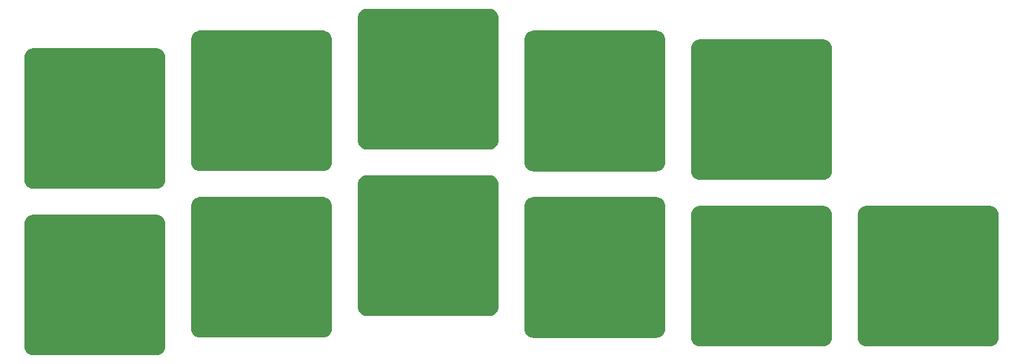
<source format=gts>
G04 #@! TF.GenerationSoftware,KiCad,Pcbnew,7.0.9*
G04 #@! TF.CreationDate,2023-11-13T15:49:31+00:00*
G04 #@! TF.ProjectId,Nixie-12R-base,4e697869-652d-4313-9252-2d626173652e,rev?*
G04 #@! TF.SameCoordinates,Original*
G04 #@! TF.FileFunction,Soldermask,Top*
G04 #@! TF.FilePolarity,Negative*
%FSLAX46Y46*%
G04 Gerber Fmt 4.6, Leading zero omitted, Abs format (unit mm)*
G04 Created by KiCad (PCBNEW 7.0.9) date 2023-11-13 15:49:31*
%MOMM*%
%LPD*%
G01*
G04 APERTURE LIST*
G04 APERTURE END LIST*
G36*
X169077341Y-144535018D02*
G01*
X169211815Y-144544352D01*
X169240421Y-144551080D01*
X169273601Y-144554348D01*
X169340155Y-144574537D01*
X169403373Y-144589406D01*
X169434550Y-144603172D01*
X169472262Y-144614612D01*
X169528319Y-144644575D01*
X169582053Y-144668301D01*
X169615245Y-144691038D01*
X169655349Y-144712474D01*
X169699838Y-144748985D01*
X169743193Y-144778684D01*
X169775992Y-144811483D01*
X169815826Y-144844174D01*
X169848516Y-144884007D01*
X169881315Y-144916806D01*
X169911012Y-144960158D01*
X169947526Y-145004651D01*
X169968963Y-145044756D01*
X169991698Y-145077946D01*
X170015421Y-145131674D01*
X170045388Y-145187738D01*
X170056829Y-145225453D01*
X170070593Y-145256626D01*
X170085459Y-145319834D01*
X170105652Y-145386399D01*
X170108920Y-145419582D01*
X170115647Y-145448183D01*
X170124978Y-145582624D01*
X170126000Y-145593000D01*
X170126000Y-159577000D01*
X170124978Y-159587375D01*
X170115647Y-159721815D01*
X170108920Y-159750414D01*
X170105652Y-159783601D01*
X170085458Y-159850170D01*
X170070593Y-159913373D01*
X170056830Y-159944542D01*
X170045388Y-159982262D01*
X170015419Y-160038329D01*
X169991698Y-160092053D01*
X169968965Y-160125238D01*
X169947526Y-160165349D01*
X169911008Y-160209846D01*
X169881315Y-160253193D01*
X169848521Y-160285986D01*
X169815826Y-160325826D01*
X169775986Y-160358521D01*
X169743193Y-160391315D01*
X169699846Y-160421008D01*
X169655349Y-160457526D01*
X169615238Y-160478965D01*
X169582053Y-160501698D01*
X169528329Y-160525419D01*
X169472262Y-160555388D01*
X169434542Y-160566830D01*
X169403373Y-160580593D01*
X169340169Y-160595458D01*
X169273601Y-160615652D01*
X169240415Y-160618920D01*
X169211816Y-160625647D01*
X169077377Y-160634977D01*
X169067000Y-160636000D01*
X155083000Y-160636000D01*
X155072626Y-160634978D01*
X154938184Y-160625647D01*
X154909584Y-160618920D01*
X154876399Y-160615652D01*
X154809832Y-160595459D01*
X154746626Y-160580593D01*
X154715453Y-160566829D01*
X154677738Y-160555388D01*
X154621674Y-160525421D01*
X154567946Y-160501698D01*
X154534756Y-160478963D01*
X154494651Y-160457526D01*
X154450158Y-160421012D01*
X154406806Y-160391315D01*
X154374007Y-160358516D01*
X154334174Y-160325826D01*
X154301483Y-160285992D01*
X154268684Y-160253193D01*
X154238985Y-160209838D01*
X154202474Y-160165349D01*
X154181038Y-160125245D01*
X154158301Y-160092053D01*
X154134575Y-160038319D01*
X154104612Y-159982262D01*
X154093172Y-159944550D01*
X154079406Y-159913373D01*
X154064537Y-159850154D01*
X154044348Y-159783601D01*
X154041080Y-159750422D01*
X154034352Y-159721816D01*
X154025018Y-159587343D01*
X154024000Y-159577000D01*
X154024000Y-145593000D01*
X154025018Y-145582661D01*
X154034352Y-145448184D01*
X154041080Y-145419576D01*
X154044348Y-145386399D01*
X154064536Y-145319847D01*
X154079406Y-145256626D01*
X154093173Y-145225446D01*
X154104612Y-145187738D01*
X154134572Y-145131685D01*
X154158301Y-145077946D01*
X154181040Y-145044750D01*
X154202474Y-145004651D01*
X154238981Y-144960166D01*
X154268684Y-144916806D01*
X154301488Y-144884001D01*
X154334174Y-144844174D01*
X154374001Y-144811488D01*
X154406806Y-144778684D01*
X154450166Y-144748981D01*
X154494651Y-144712474D01*
X154534750Y-144691040D01*
X154567946Y-144668301D01*
X154621685Y-144644572D01*
X154677738Y-144614612D01*
X154715446Y-144603173D01*
X154746626Y-144589406D01*
X154809848Y-144574536D01*
X154876399Y-144554348D01*
X154909575Y-144551080D01*
X154938183Y-144544352D01*
X155072659Y-144535018D01*
X155083000Y-144534000D01*
X169067000Y-144534000D01*
X169077341Y-144535018D01*
G37*
G36*
X245277341Y-143525018D02*
G01*
X245411815Y-143534352D01*
X245440421Y-143541080D01*
X245473601Y-143544348D01*
X245540155Y-143564537D01*
X245603373Y-143579406D01*
X245634550Y-143593172D01*
X245672262Y-143604612D01*
X245728319Y-143634575D01*
X245782053Y-143658301D01*
X245815245Y-143681038D01*
X245855349Y-143702474D01*
X245899838Y-143738985D01*
X245943193Y-143768684D01*
X245975992Y-143801483D01*
X246015826Y-143834174D01*
X246048516Y-143874007D01*
X246081315Y-143906806D01*
X246111012Y-143950158D01*
X246147526Y-143994651D01*
X246168963Y-144034756D01*
X246191698Y-144067946D01*
X246215421Y-144121674D01*
X246245388Y-144177738D01*
X246256829Y-144215453D01*
X246270593Y-144246626D01*
X246285459Y-144309834D01*
X246305652Y-144376399D01*
X246308920Y-144409582D01*
X246315647Y-144438183D01*
X246324978Y-144572624D01*
X246326000Y-144583000D01*
X246326000Y-158567000D01*
X246324978Y-158577375D01*
X246315647Y-158711815D01*
X246308920Y-158740414D01*
X246305652Y-158773601D01*
X246285458Y-158840170D01*
X246270593Y-158903373D01*
X246256830Y-158934542D01*
X246245388Y-158972262D01*
X246215419Y-159028329D01*
X246191698Y-159082053D01*
X246168965Y-159115238D01*
X246147526Y-159155349D01*
X246111008Y-159199846D01*
X246081315Y-159243193D01*
X246048521Y-159275986D01*
X246015826Y-159315826D01*
X245975986Y-159348521D01*
X245943193Y-159381315D01*
X245899846Y-159411008D01*
X245855349Y-159447526D01*
X245815238Y-159468965D01*
X245782053Y-159491698D01*
X245728329Y-159515419D01*
X245672262Y-159545388D01*
X245634542Y-159556830D01*
X245603373Y-159570593D01*
X245540169Y-159585458D01*
X245473601Y-159605652D01*
X245440415Y-159608920D01*
X245411816Y-159615647D01*
X245277377Y-159624977D01*
X245267000Y-159626000D01*
X231283000Y-159626000D01*
X231272626Y-159624978D01*
X231138184Y-159615647D01*
X231109584Y-159608920D01*
X231076399Y-159605652D01*
X231009832Y-159585459D01*
X230946626Y-159570593D01*
X230915453Y-159556829D01*
X230877738Y-159545388D01*
X230821674Y-159515421D01*
X230767946Y-159491698D01*
X230734756Y-159468963D01*
X230694651Y-159447526D01*
X230650158Y-159411012D01*
X230606806Y-159381315D01*
X230574007Y-159348516D01*
X230534174Y-159315826D01*
X230501483Y-159275992D01*
X230468684Y-159243193D01*
X230438985Y-159199838D01*
X230402474Y-159155349D01*
X230381038Y-159115245D01*
X230358301Y-159082053D01*
X230334575Y-159028319D01*
X230304612Y-158972262D01*
X230293172Y-158934550D01*
X230279406Y-158903373D01*
X230264537Y-158840154D01*
X230244348Y-158773601D01*
X230241080Y-158740422D01*
X230234352Y-158711816D01*
X230225018Y-158577343D01*
X230224000Y-158567000D01*
X230224000Y-144583000D01*
X230225018Y-144572661D01*
X230234352Y-144438184D01*
X230241080Y-144409576D01*
X230244348Y-144376399D01*
X230264536Y-144309847D01*
X230279406Y-144246626D01*
X230293173Y-144215446D01*
X230304612Y-144177738D01*
X230334572Y-144121685D01*
X230358301Y-144067946D01*
X230381040Y-144034750D01*
X230402474Y-143994651D01*
X230438981Y-143950166D01*
X230468684Y-143906806D01*
X230501488Y-143874001D01*
X230534174Y-143834174D01*
X230574001Y-143801488D01*
X230606806Y-143768684D01*
X230650166Y-143738981D01*
X230694651Y-143702474D01*
X230734750Y-143681040D01*
X230767946Y-143658301D01*
X230821685Y-143634572D01*
X230877738Y-143604612D01*
X230915446Y-143593173D01*
X230946626Y-143579406D01*
X231009848Y-143564536D01*
X231076399Y-143544348D01*
X231109575Y-143541080D01*
X231138183Y-143534352D01*
X231272659Y-143525018D01*
X231283000Y-143524000D01*
X245267000Y-143524000D01*
X245277341Y-143525018D01*
G37*
G36*
X264327341Y-143515018D02*
G01*
X264461815Y-143524352D01*
X264490421Y-143531080D01*
X264523601Y-143534348D01*
X264590155Y-143554537D01*
X264653373Y-143569406D01*
X264684550Y-143583172D01*
X264722262Y-143594612D01*
X264778319Y-143624575D01*
X264832053Y-143648301D01*
X264865245Y-143671038D01*
X264905349Y-143692474D01*
X264949838Y-143728985D01*
X264993193Y-143758684D01*
X265025992Y-143791483D01*
X265065826Y-143824174D01*
X265098516Y-143864007D01*
X265131315Y-143896806D01*
X265161012Y-143940158D01*
X265197526Y-143984651D01*
X265218963Y-144024756D01*
X265241698Y-144057946D01*
X265265421Y-144111674D01*
X265295388Y-144167738D01*
X265306829Y-144205453D01*
X265320593Y-144236626D01*
X265335459Y-144299834D01*
X265355652Y-144366399D01*
X265358920Y-144399582D01*
X265365647Y-144428183D01*
X265374978Y-144562624D01*
X265376000Y-144573000D01*
X265376000Y-158557000D01*
X265374978Y-158567375D01*
X265365647Y-158701815D01*
X265358920Y-158730414D01*
X265355652Y-158763601D01*
X265335458Y-158830170D01*
X265320593Y-158893373D01*
X265306830Y-158924542D01*
X265295388Y-158962262D01*
X265265419Y-159018329D01*
X265241698Y-159072053D01*
X265218965Y-159105238D01*
X265197526Y-159145349D01*
X265161008Y-159189846D01*
X265131315Y-159233193D01*
X265098521Y-159265986D01*
X265065826Y-159305826D01*
X265025986Y-159338521D01*
X264993193Y-159371315D01*
X264949846Y-159401008D01*
X264905349Y-159437526D01*
X264865238Y-159458965D01*
X264832053Y-159481698D01*
X264778329Y-159505419D01*
X264722262Y-159535388D01*
X264684542Y-159546830D01*
X264653373Y-159560593D01*
X264590169Y-159575458D01*
X264523601Y-159595652D01*
X264490415Y-159598920D01*
X264461816Y-159605647D01*
X264327377Y-159614977D01*
X264317000Y-159616000D01*
X250333000Y-159616000D01*
X250322626Y-159614978D01*
X250188184Y-159605647D01*
X250159584Y-159598920D01*
X250126399Y-159595652D01*
X250059832Y-159575459D01*
X249996626Y-159560593D01*
X249965453Y-159546829D01*
X249927738Y-159535388D01*
X249871674Y-159505421D01*
X249817946Y-159481698D01*
X249784756Y-159458963D01*
X249744651Y-159437526D01*
X249700158Y-159401012D01*
X249656806Y-159371315D01*
X249624007Y-159338516D01*
X249584174Y-159305826D01*
X249551483Y-159265992D01*
X249518684Y-159233193D01*
X249488985Y-159189838D01*
X249452474Y-159145349D01*
X249431038Y-159105245D01*
X249408301Y-159072053D01*
X249384575Y-159018319D01*
X249354612Y-158962262D01*
X249343172Y-158924550D01*
X249329406Y-158893373D01*
X249314537Y-158830154D01*
X249294348Y-158763601D01*
X249291080Y-158730422D01*
X249284352Y-158701816D01*
X249275018Y-158567343D01*
X249274000Y-158557000D01*
X249274000Y-144573000D01*
X249275018Y-144562661D01*
X249284352Y-144428184D01*
X249291080Y-144399576D01*
X249294348Y-144366399D01*
X249314536Y-144299847D01*
X249329406Y-144236626D01*
X249343173Y-144205446D01*
X249354612Y-144167738D01*
X249384572Y-144111685D01*
X249408301Y-144057946D01*
X249431040Y-144024750D01*
X249452474Y-143984651D01*
X249488981Y-143940166D01*
X249518684Y-143896806D01*
X249551488Y-143864001D01*
X249584174Y-143824174D01*
X249624001Y-143791488D01*
X249656806Y-143758684D01*
X249700166Y-143728981D01*
X249744651Y-143692474D01*
X249784750Y-143671040D01*
X249817946Y-143648301D01*
X249871685Y-143624572D01*
X249927738Y-143594612D01*
X249965446Y-143583173D01*
X249996626Y-143569406D01*
X250059848Y-143554536D01*
X250126399Y-143534348D01*
X250159575Y-143531080D01*
X250188183Y-143524352D01*
X250322659Y-143515018D01*
X250333000Y-143514000D01*
X264317000Y-143514000D01*
X264327341Y-143515018D01*
G37*
G36*
X226227341Y-142525018D02*
G01*
X226361815Y-142534352D01*
X226390421Y-142541080D01*
X226423601Y-142544348D01*
X226490155Y-142564537D01*
X226553373Y-142579406D01*
X226584550Y-142593172D01*
X226622262Y-142604612D01*
X226678319Y-142634575D01*
X226732053Y-142658301D01*
X226765245Y-142681038D01*
X226805349Y-142702474D01*
X226849838Y-142738985D01*
X226893193Y-142768684D01*
X226925992Y-142801483D01*
X226965826Y-142834174D01*
X226998516Y-142874007D01*
X227031315Y-142906806D01*
X227061012Y-142950158D01*
X227097526Y-142994651D01*
X227118963Y-143034756D01*
X227141698Y-143067946D01*
X227165421Y-143121674D01*
X227195388Y-143177738D01*
X227206829Y-143215453D01*
X227220593Y-143246626D01*
X227235459Y-143309834D01*
X227255652Y-143376399D01*
X227258920Y-143409582D01*
X227265647Y-143438183D01*
X227274978Y-143572624D01*
X227276000Y-143583000D01*
X227276000Y-157567000D01*
X227274978Y-157577375D01*
X227265647Y-157711815D01*
X227258920Y-157740414D01*
X227255652Y-157773601D01*
X227235458Y-157840170D01*
X227220593Y-157903373D01*
X227206830Y-157934542D01*
X227195388Y-157972262D01*
X227165419Y-158028329D01*
X227141698Y-158082053D01*
X227118965Y-158115238D01*
X227097526Y-158155349D01*
X227061008Y-158199846D01*
X227031315Y-158243193D01*
X226998521Y-158275986D01*
X226965826Y-158315826D01*
X226925986Y-158348521D01*
X226893193Y-158381315D01*
X226849846Y-158411008D01*
X226805349Y-158447526D01*
X226765238Y-158468965D01*
X226732053Y-158491698D01*
X226678329Y-158515419D01*
X226622262Y-158545388D01*
X226584542Y-158556830D01*
X226553373Y-158570593D01*
X226490169Y-158585458D01*
X226423601Y-158605652D01*
X226390415Y-158608920D01*
X226361816Y-158615647D01*
X226227377Y-158624977D01*
X226217000Y-158626000D01*
X212233000Y-158626000D01*
X212222626Y-158624978D01*
X212088184Y-158615647D01*
X212059584Y-158608920D01*
X212026399Y-158605652D01*
X211959832Y-158585459D01*
X211896626Y-158570593D01*
X211865453Y-158556829D01*
X211827738Y-158545388D01*
X211771674Y-158515421D01*
X211717946Y-158491698D01*
X211684756Y-158468963D01*
X211644651Y-158447526D01*
X211600158Y-158411012D01*
X211556806Y-158381315D01*
X211524007Y-158348516D01*
X211484174Y-158315826D01*
X211451483Y-158275992D01*
X211418684Y-158243193D01*
X211388985Y-158199838D01*
X211352474Y-158155349D01*
X211331038Y-158115245D01*
X211308301Y-158082053D01*
X211284575Y-158028319D01*
X211254612Y-157972262D01*
X211243172Y-157934550D01*
X211229406Y-157903373D01*
X211214537Y-157840154D01*
X211194348Y-157773601D01*
X211191080Y-157740422D01*
X211184352Y-157711816D01*
X211175018Y-157577343D01*
X211174000Y-157567000D01*
X211174000Y-143583000D01*
X211175018Y-143572661D01*
X211184352Y-143438184D01*
X211191080Y-143409576D01*
X211194348Y-143376399D01*
X211214536Y-143309847D01*
X211229406Y-143246626D01*
X211243173Y-143215446D01*
X211254612Y-143177738D01*
X211284572Y-143121685D01*
X211308301Y-143067946D01*
X211331040Y-143034750D01*
X211352474Y-142994651D01*
X211388981Y-142950166D01*
X211418684Y-142906806D01*
X211451488Y-142874001D01*
X211484174Y-142834174D01*
X211524001Y-142801488D01*
X211556806Y-142768684D01*
X211600166Y-142738981D01*
X211644651Y-142702474D01*
X211684750Y-142681040D01*
X211717946Y-142658301D01*
X211771685Y-142634572D01*
X211827738Y-142604612D01*
X211865446Y-142593173D01*
X211896626Y-142579406D01*
X211959848Y-142564536D01*
X212026399Y-142544348D01*
X212059575Y-142541080D01*
X212088183Y-142534352D01*
X212222659Y-142525018D01*
X212233000Y-142524000D01*
X226217000Y-142524000D01*
X226227341Y-142525018D01*
G37*
G36*
X188127341Y-142515018D02*
G01*
X188261815Y-142524352D01*
X188290421Y-142531080D01*
X188323601Y-142534348D01*
X188390155Y-142554537D01*
X188453373Y-142569406D01*
X188484550Y-142583172D01*
X188522262Y-142594612D01*
X188578319Y-142624575D01*
X188632053Y-142648301D01*
X188665245Y-142671038D01*
X188705349Y-142692474D01*
X188749838Y-142728985D01*
X188793193Y-142758684D01*
X188825992Y-142791483D01*
X188865826Y-142824174D01*
X188898516Y-142864007D01*
X188931315Y-142896806D01*
X188961012Y-142940158D01*
X188997526Y-142984651D01*
X189018963Y-143024756D01*
X189041698Y-143057946D01*
X189065421Y-143111674D01*
X189095388Y-143167738D01*
X189106829Y-143205453D01*
X189120593Y-143236626D01*
X189135459Y-143299834D01*
X189155652Y-143366399D01*
X189158920Y-143399582D01*
X189165647Y-143428183D01*
X189174978Y-143562624D01*
X189176000Y-143573000D01*
X189176000Y-157557000D01*
X189174978Y-157567375D01*
X189165647Y-157701815D01*
X189158920Y-157730414D01*
X189155652Y-157763601D01*
X189135458Y-157830170D01*
X189120593Y-157893373D01*
X189106830Y-157924542D01*
X189095388Y-157962262D01*
X189065419Y-158018329D01*
X189041698Y-158072053D01*
X189018965Y-158105238D01*
X188997526Y-158145349D01*
X188961008Y-158189846D01*
X188931315Y-158233193D01*
X188898521Y-158265986D01*
X188865826Y-158305826D01*
X188825986Y-158338521D01*
X188793193Y-158371315D01*
X188749846Y-158401008D01*
X188705349Y-158437526D01*
X188665238Y-158458965D01*
X188632053Y-158481698D01*
X188578329Y-158505419D01*
X188522262Y-158535388D01*
X188484542Y-158546830D01*
X188453373Y-158560593D01*
X188390169Y-158575458D01*
X188323601Y-158595652D01*
X188290415Y-158598920D01*
X188261816Y-158605647D01*
X188127377Y-158614977D01*
X188117000Y-158616000D01*
X174133000Y-158616000D01*
X174122626Y-158614978D01*
X173988184Y-158605647D01*
X173959584Y-158598920D01*
X173926399Y-158595652D01*
X173859832Y-158575459D01*
X173796626Y-158560593D01*
X173765453Y-158546829D01*
X173727738Y-158535388D01*
X173671674Y-158505421D01*
X173617946Y-158481698D01*
X173584756Y-158458963D01*
X173544651Y-158437526D01*
X173500158Y-158401012D01*
X173456806Y-158371315D01*
X173424007Y-158338516D01*
X173384174Y-158305826D01*
X173351483Y-158265992D01*
X173318684Y-158233193D01*
X173288985Y-158189838D01*
X173252474Y-158145349D01*
X173231038Y-158105245D01*
X173208301Y-158072053D01*
X173184575Y-158018319D01*
X173154612Y-157962262D01*
X173143172Y-157924550D01*
X173129406Y-157893373D01*
X173114537Y-157830154D01*
X173094348Y-157763601D01*
X173091080Y-157730422D01*
X173084352Y-157701816D01*
X173075018Y-157567343D01*
X173074000Y-157557000D01*
X173074000Y-143573000D01*
X173075018Y-143562661D01*
X173084352Y-143428184D01*
X173091080Y-143399576D01*
X173094348Y-143366399D01*
X173114536Y-143299847D01*
X173129406Y-143236626D01*
X173143173Y-143205446D01*
X173154612Y-143167738D01*
X173184572Y-143111685D01*
X173208301Y-143057946D01*
X173231040Y-143024750D01*
X173252474Y-142984651D01*
X173288981Y-142940166D01*
X173318684Y-142896806D01*
X173351488Y-142864001D01*
X173384174Y-142824174D01*
X173424001Y-142791488D01*
X173456806Y-142758684D01*
X173500166Y-142728981D01*
X173544651Y-142692474D01*
X173584750Y-142671040D01*
X173617946Y-142648301D01*
X173671685Y-142624572D01*
X173727738Y-142594612D01*
X173765446Y-142583173D01*
X173796626Y-142569406D01*
X173859848Y-142554536D01*
X173926399Y-142534348D01*
X173959575Y-142531080D01*
X173988183Y-142524352D01*
X174122659Y-142515018D01*
X174133000Y-142514000D01*
X188117000Y-142514000D01*
X188127341Y-142515018D01*
G37*
G36*
X207177341Y-140025018D02*
G01*
X207311815Y-140034352D01*
X207340421Y-140041080D01*
X207373601Y-140044348D01*
X207440155Y-140064537D01*
X207503373Y-140079406D01*
X207534550Y-140093172D01*
X207572262Y-140104612D01*
X207628319Y-140134575D01*
X207682053Y-140158301D01*
X207715245Y-140181038D01*
X207755349Y-140202474D01*
X207799838Y-140238985D01*
X207843193Y-140268684D01*
X207875992Y-140301483D01*
X207915826Y-140334174D01*
X207948516Y-140374007D01*
X207981315Y-140406806D01*
X208011012Y-140450158D01*
X208047526Y-140494651D01*
X208068963Y-140534756D01*
X208091698Y-140567946D01*
X208115421Y-140621674D01*
X208145388Y-140677738D01*
X208156829Y-140715453D01*
X208170593Y-140746626D01*
X208185459Y-140809834D01*
X208205652Y-140876399D01*
X208208920Y-140909582D01*
X208215647Y-140938183D01*
X208224978Y-141072624D01*
X208226000Y-141083000D01*
X208226000Y-155067000D01*
X208224978Y-155077375D01*
X208215647Y-155211815D01*
X208208920Y-155240414D01*
X208205652Y-155273601D01*
X208185458Y-155340170D01*
X208170593Y-155403373D01*
X208156830Y-155434542D01*
X208145388Y-155472262D01*
X208115419Y-155528329D01*
X208091698Y-155582053D01*
X208068965Y-155615238D01*
X208047526Y-155655349D01*
X208011008Y-155699846D01*
X207981315Y-155743193D01*
X207948521Y-155775986D01*
X207915826Y-155815826D01*
X207875986Y-155848521D01*
X207843193Y-155881315D01*
X207799846Y-155911008D01*
X207755349Y-155947526D01*
X207715238Y-155968965D01*
X207682053Y-155991698D01*
X207628329Y-156015419D01*
X207572262Y-156045388D01*
X207534542Y-156056830D01*
X207503373Y-156070593D01*
X207440169Y-156085458D01*
X207373601Y-156105652D01*
X207340415Y-156108920D01*
X207311816Y-156115647D01*
X207177377Y-156124977D01*
X207167000Y-156126000D01*
X193183000Y-156126000D01*
X193172626Y-156124978D01*
X193038184Y-156115647D01*
X193009584Y-156108920D01*
X192976399Y-156105652D01*
X192909832Y-156085459D01*
X192846626Y-156070593D01*
X192815453Y-156056829D01*
X192777738Y-156045388D01*
X192721674Y-156015421D01*
X192667946Y-155991698D01*
X192634756Y-155968963D01*
X192594651Y-155947526D01*
X192550158Y-155911012D01*
X192506806Y-155881315D01*
X192474007Y-155848516D01*
X192434174Y-155815826D01*
X192401483Y-155775992D01*
X192368684Y-155743193D01*
X192338985Y-155699838D01*
X192302474Y-155655349D01*
X192281038Y-155615245D01*
X192258301Y-155582053D01*
X192234575Y-155528319D01*
X192204612Y-155472262D01*
X192193172Y-155434550D01*
X192179406Y-155403373D01*
X192164537Y-155340154D01*
X192144348Y-155273601D01*
X192141080Y-155240422D01*
X192134352Y-155211816D01*
X192125018Y-155077343D01*
X192124000Y-155067000D01*
X192124000Y-141083000D01*
X192125018Y-141072661D01*
X192134352Y-140938184D01*
X192141080Y-140909576D01*
X192144348Y-140876399D01*
X192164536Y-140809847D01*
X192179406Y-140746626D01*
X192193173Y-140715446D01*
X192204612Y-140677738D01*
X192234572Y-140621685D01*
X192258301Y-140567946D01*
X192281040Y-140534750D01*
X192302474Y-140494651D01*
X192338981Y-140450166D01*
X192368684Y-140406806D01*
X192401488Y-140374001D01*
X192434174Y-140334174D01*
X192474001Y-140301488D01*
X192506806Y-140268684D01*
X192550166Y-140238981D01*
X192594651Y-140202474D01*
X192634750Y-140181040D01*
X192667946Y-140158301D01*
X192721685Y-140134572D01*
X192777738Y-140104612D01*
X192815446Y-140093173D01*
X192846626Y-140079406D01*
X192909848Y-140064536D01*
X192976399Y-140044348D01*
X193009575Y-140041080D01*
X193038183Y-140034352D01*
X193172659Y-140025018D01*
X193183000Y-140024000D01*
X207167000Y-140024000D01*
X207177341Y-140025018D01*
G37*
G36*
X169077341Y-125485018D02*
G01*
X169211815Y-125494352D01*
X169240421Y-125501080D01*
X169273601Y-125504348D01*
X169340155Y-125524537D01*
X169403373Y-125539406D01*
X169434550Y-125553172D01*
X169472262Y-125564612D01*
X169528319Y-125594575D01*
X169582053Y-125618301D01*
X169615245Y-125641038D01*
X169655349Y-125662474D01*
X169699838Y-125698985D01*
X169743193Y-125728684D01*
X169775992Y-125761483D01*
X169815826Y-125794174D01*
X169848516Y-125834007D01*
X169881315Y-125866806D01*
X169911012Y-125910158D01*
X169947526Y-125954651D01*
X169968963Y-125994756D01*
X169991698Y-126027946D01*
X170015421Y-126081674D01*
X170045388Y-126137738D01*
X170056829Y-126175453D01*
X170070593Y-126206626D01*
X170085459Y-126269834D01*
X170105652Y-126336399D01*
X170108920Y-126369582D01*
X170115647Y-126398183D01*
X170124978Y-126532624D01*
X170126000Y-126543000D01*
X170126000Y-140527000D01*
X170124978Y-140537375D01*
X170115647Y-140671815D01*
X170108920Y-140700414D01*
X170105652Y-140733601D01*
X170085458Y-140800170D01*
X170070593Y-140863373D01*
X170056830Y-140894542D01*
X170045388Y-140932262D01*
X170015419Y-140988329D01*
X169991698Y-141042053D01*
X169968965Y-141075238D01*
X169947526Y-141115349D01*
X169911008Y-141159846D01*
X169881315Y-141203193D01*
X169848521Y-141235986D01*
X169815826Y-141275826D01*
X169775986Y-141308521D01*
X169743193Y-141341315D01*
X169699846Y-141371008D01*
X169655349Y-141407526D01*
X169615238Y-141428965D01*
X169582053Y-141451698D01*
X169528329Y-141475419D01*
X169472262Y-141505388D01*
X169434542Y-141516830D01*
X169403373Y-141530593D01*
X169340169Y-141545458D01*
X169273601Y-141565652D01*
X169240415Y-141568920D01*
X169211816Y-141575647D01*
X169077377Y-141584977D01*
X169067000Y-141586000D01*
X155083000Y-141586000D01*
X155072626Y-141584978D01*
X154938184Y-141575647D01*
X154909584Y-141568920D01*
X154876399Y-141565652D01*
X154809832Y-141545459D01*
X154746626Y-141530593D01*
X154715453Y-141516829D01*
X154677738Y-141505388D01*
X154621674Y-141475421D01*
X154567946Y-141451698D01*
X154534756Y-141428963D01*
X154494651Y-141407526D01*
X154450158Y-141371012D01*
X154406806Y-141341315D01*
X154374007Y-141308516D01*
X154334174Y-141275826D01*
X154301483Y-141235992D01*
X154268684Y-141203193D01*
X154238985Y-141159838D01*
X154202474Y-141115349D01*
X154181038Y-141075245D01*
X154158301Y-141042053D01*
X154134575Y-140988319D01*
X154104612Y-140932262D01*
X154093172Y-140894550D01*
X154079406Y-140863373D01*
X154064537Y-140800154D01*
X154044348Y-140733601D01*
X154041080Y-140700422D01*
X154034352Y-140671816D01*
X154025018Y-140537343D01*
X154024000Y-140527000D01*
X154024000Y-126543000D01*
X154025018Y-126532661D01*
X154034352Y-126398184D01*
X154041080Y-126369576D01*
X154044348Y-126336399D01*
X154064536Y-126269847D01*
X154079406Y-126206626D01*
X154093173Y-126175446D01*
X154104612Y-126137738D01*
X154134572Y-126081685D01*
X154158301Y-126027946D01*
X154181040Y-125994750D01*
X154202474Y-125954651D01*
X154238981Y-125910166D01*
X154268684Y-125866806D01*
X154301488Y-125834001D01*
X154334174Y-125794174D01*
X154374001Y-125761488D01*
X154406806Y-125728684D01*
X154450166Y-125698981D01*
X154494651Y-125662474D01*
X154534750Y-125641040D01*
X154567946Y-125618301D01*
X154621685Y-125594572D01*
X154677738Y-125564612D01*
X154715446Y-125553173D01*
X154746626Y-125539406D01*
X154809848Y-125524536D01*
X154876399Y-125504348D01*
X154909575Y-125501080D01*
X154938183Y-125494352D01*
X155072659Y-125485018D01*
X155083000Y-125484000D01*
X169067000Y-125484000D01*
X169077341Y-125485018D01*
G37*
G36*
X245277341Y-124475018D02*
G01*
X245411815Y-124484352D01*
X245440421Y-124491080D01*
X245473601Y-124494348D01*
X245540155Y-124514537D01*
X245603373Y-124529406D01*
X245634550Y-124543172D01*
X245672262Y-124554612D01*
X245728319Y-124584575D01*
X245782053Y-124608301D01*
X245815245Y-124631038D01*
X245855349Y-124652474D01*
X245899838Y-124688985D01*
X245943193Y-124718684D01*
X245975992Y-124751483D01*
X246015826Y-124784174D01*
X246048516Y-124824007D01*
X246081315Y-124856806D01*
X246111012Y-124900158D01*
X246147526Y-124944651D01*
X246168963Y-124984756D01*
X246191698Y-125017946D01*
X246215421Y-125071674D01*
X246245388Y-125127738D01*
X246256829Y-125165453D01*
X246270593Y-125196626D01*
X246285459Y-125259834D01*
X246305652Y-125326399D01*
X246308920Y-125359582D01*
X246315647Y-125388183D01*
X246324978Y-125522624D01*
X246326000Y-125533000D01*
X246326000Y-139517000D01*
X246324978Y-139527375D01*
X246315647Y-139661815D01*
X246308920Y-139690414D01*
X246305652Y-139723601D01*
X246285458Y-139790170D01*
X246270593Y-139853373D01*
X246256830Y-139884542D01*
X246245388Y-139922262D01*
X246215419Y-139978329D01*
X246191698Y-140032053D01*
X246168965Y-140065238D01*
X246147526Y-140105349D01*
X246111008Y-140149846D01*
X246081315Y-140193193D01*
X246048521Y-140225986D01*
X246015826Y-140265826D01*
X245975986Y-140298521D01*
X245943193Y-140331315D01*
X245899846Y-140361008D01*
X245855349Y-140397526D01*
X245815238Y-140418965D01*
X245782053Y-140441698D01*
X245728329Y-140465419D01*
X245672262Y-140495388D01*
X245634542Y-140506830D01*
X245603373Y-140520593D01*
X245540169Y-140535458D01*
X245473601Y-140555652D01*
X245440415Y-140558920D01*
X245411816Y-140565647D01*
X245277377Y-140574977D01*
X245267000Y-140576000D01*
X231283000Y-140576000D01*
X231272626Y-140574978D01*
X231138184Y-140565647D01*
X231109584Y-140558920D01*
X231076399Y-140555652D01*
X231009832Y-140535459D01*
X230946626Y-140520593D01*
X230915453Y-140506829D01*
X230877738Y-140495388D01*
X230821674Y-140465421D01*
X230767946Y-140441698D01*
X230734756Y-140418963D01*
X230694651Y-140397526D01*
X230650158Y-140361012D01*
X230606806Y-140331315D01*
X230574007Y-140298516D01*
X230534174Y-140265826D01*
X230501483Y-140225992D01*
X230468684Y-140193193D01*
X230438985Y-140149838D01*
X230402474Y-140105349D01*
X230381038Y-140065245D01*
X230358301Y-140032053D01*
X230334575Y-139978319D01*
X230304612Y-139922262D01*
X230293172Y-139884550D01*
X230279406Y-139853373D01*
X230264537Y-139790154D01*
X230244348Y-139723601D01*
X230241080Y-139690422D01*
X230234352Y-139661816D01*
X230225018Y-139527343D01*
X230224000Y-139517000D01*
X230224000Y-125533000D01*
X230225018Y-125522661D01*
X230234352Y-125388184D01*
X230241080Y-125359576D01*
X230244348Y-125326399D01*
X230264536Y-125259847D01*
X230279406Y-125196626D01*
X230293173Y-125165446D01*
X230304612Y-125127738D01*
X230334572Y-125071685D01*
X230358301Y-125017946D01*
X230381040Y-124984750D01*
X230402474Y-124944651D01*
X230438981Y-124900166D01*
X230468684Y-124856806D01*
X230501488Y-124824001D01*
X230534174Y-124784174D01*
X230574001Y-124751488D01*
X230606806Y-124718684D01*
X230650166Y-124688981D01*
X230694651Y-124652474D01*
X230734750Y-124631040D01*
X230767946Y-124608301D01*
X230821685Y-124584572D01*
X230877738Y-124554612D01*
X230915446Y-124543173D01*
X230946626Y-124529406D01*
X231009848Y-124514536D01*
X231076399Y-124494348D01*
X231109575Y-124491080D01*
X231138183Y-124484352D01*
X231272659Y-124475018D01*
X231283000Y-124474000D01*
X245267000Y-124474000D01*
X245277341Y-124475018D01*
G37*
G36*
X226227341Y-123475018D02*
G01*
X226361815Y-123484352D01*
X226390421Y-123491080D01*
X226423601Y-123494348D01*
X226490155Y-123514537D01*
X226553373Y-123529406D01*
X226584550Y-123543172D01*
X226622262Y-123554612D01*
X226678319Y-123584575D01*
X226732053Y-123608301D01*
X226765245Y-123631038D01*
X226805349Y-123652474D01*
X226849838Y-123688985D01*
X226893193Y-123718684D01*
X226925992Y-123751483D01*
X226965826Y-123784174D01*
X226998516Y-123824007D01*
X227031315Y-123856806D01*
X227061012Y-123900158D01*
X227097526Y-123944651D01*
X227118963Y-123984756D01*
X227141698Y-124017946D01*
X227165421Y-124071674D01*
X227195388Y-124127738D01*
X227206829Y-124165453D01*
X227220593Y-124196626D01*
X227235459Y-124259834D01*
X227255652Y-124326399D01*
X227258920Y-124359582D01*
X227265647Y-124388183D01*
X227274978Y-124522624D01*
X227276000Y-124533000D01*
X227276000Y-138517000D01*
X227274978Y-138527375D01*
X227265647Y-138661815D01*
X227258920Y-138690414D01*
X227255652Y-138723601D01*
X227235458Y-138790170D01*
X227220593Y-138853373D01*
X227206830Y-138884542D01*
X227195388Y-138922262D01*
X227165419Y-138978329D01*
X227141698Y-139032053D01*
X227118965Y-139065238D01*
X227097526Y-139105349D01*
X227061008Y-139149846D01*
X227031315Y-139193193D01*
X226998521Y-139225986D01*
X226965826Y-139265826D01*
X226925986Y-139298521D01*
X226893193Y-139331315D01*
X226849846Y-139361008D01*
X226805349Y-139397526D01*
X226765238Y-139418965D01*
X226732053Y-139441698D01*
X226678329Y-139465419D01*
X226622262Y-139495388D01*
X226584542Y-139506830D01*
X226553373Y-139520593D01*
X226490169Y-139535458D01*
X226423601Y-139555652D01*
X226390415Y-139558920D01*
X226361816Y-139565647D01*
X226227377Y-139574977D01*
X226217000Y-139576000D01*
X212233000Y-139576000D01*
X212222626Y-139574978D01*
X212088184Y-139565647D01*
X212059584Y-139558920D01*
X212026399Y-139555652D01*
X211959832Y-139535459D01*
X211896626Y-139520593D01*
X211865453Y-139506829D01*
X211827738Y-139495388D01*
X211771674Y-139465421D01*
X211717946Y-139441698D01*
X211684756Y-139418963D01*
X211644651Y-139397526D01*
X211600158Y-139361012D01*
X211556806Y-139331315D01*
X211524007Y-139298516D01*
X211484174Y-139265826D01*
X211451483Y-139225992D01*
X211418684Y-139193193D01*
X211388985Y-139149838D01*
X211352474Y-139105349D01*
X211331038Y-139065245D01*
X211308301Y-139032053D01*
X211284575Y-138978319D01*
X211254612Y-138922262D01*
X211243172Y-138884550D01*
X211229406Y-138853373D01*
X211214537Y-138790154D01*
X211194348Y-138723601D01*
X211191080Y-138690422D01*
X211184352Y-138661816D01*
X211175018Y-138527343D01*
X211174000Y-138517000D01*
X211174000Y-124533000D01*
X211175018Y-124522661D01*
X211184352Y-124388184D01*
X211191080Y-124359576D01*
X211194348Y-124326399D01*
X211214536Y-124259847D01*
X211229406Y-124196626D01*
X211243173Y-124165446D01*
X211254612Y-124127738D01*
X211284572Y-124071685D01*
X211308301Y-124017946D01*
X211331040Y-123984750D01*
X211352474Y-123944651D01*
X211388981Y-123900166D01*
X211418684Y-123856806D01*
X211451488Y-123824001D01*
X211484174Y-123784174D01*
X211524001Y-123751488D01*
X211556806Y-123718684D01*
X211600166Y-123688981D01*
X211644651Y-123652474D01*
X211684750Y-123631040D01*
X211717946Y-123608301D01*
X211771685Y-123584572D01*
X211827738Y-123554612D01*
X211865446Y-123543173D01*
X211896626Y-123529406D01*
X211959848Y-123514536D01*
X212026399Y-123494348D01*
X212059575Y-123491080D01*
X212088183Y-123484352D01*
X212222659Y-123475018D01*
X212233000Y-123474000D01*
X226217000Y-123474000D01*
X226227341Y-123475018D01*
G37*
G36*
X188127341Y-123465018D02*
G01*
X188261815Y-123474352D01*
X188290421Y-123481080D01*
X188323601Y-123484348D01*
X188390155Y-123504537D01*
X188453373Y-123519406D01*
X188484550Y-123533172D01*
X188522262Y-123544612D01*
X188578319Y-123574575D01*
X188632053Y-123598301D01*
X188665245Y-123621038D01*
X188705349Y-123642474D01*
X188749838Y-123678985D01*
X188793193Y-123708684D01*
X188825992Y-123741483D01*
X188865826Y-123774174D01*
X188898516Y-123814007D01*
X188931315Y-123846806D01*
X188961012Y-123890158D01*
X188997526Y-123934651D01*
X189018963Y-123974756D01*
X189041698Y-124007946D01*
X189065421Y-124061674D01*
X189095388Y-124117738D01*
X189106829Y-124155453D01*
X189120593Y-124186626D01*
X189135459Y-124249834D01*
X189155652Y-124316399D01*
X189158920Y-124349582D01*
X189165647Y-124378183D01*
X189174978Y-124512624D01*
X189176000Y-124523000D01*
X189176000Y-138507000D01*
X189174978Y-138517375D01*
X189165647Y-138651815D01*
X189158920Y-138680414D01*
X189155652Y-138713601D01*
X189135458Y-138780170D01*
X189120593Y-138843373D01*
X189106830Y-138874542D01*
X189095388Y-138912262D01*
X189065419Y-138968329D01*
X189041698Y-139022053D01*
X189018965Y-139055238D01*
X188997526Y-139095349D01*
X188961008Y-139139846D01*
X188931315Y-139183193D01*
X188898521Y-139215986D01*
X188865826Y-139255826D01*
X188825986Y-139288521D01*
X188793193Y-139321315D01*
X188749846Y-139351008D01*
X188705349Y-139387526D01*
X188665238Y-139408965D01*
X188632053Y-139431698D01*
X188578329Y-139455419D01*
X188522262Y-139485388D01*
X188484542Y-139496830D01*
X188453373Y-139510593D01*
X188390169Y-139525458D01*
X188323601Y-139545652D01*
X188290415Y-139548920D01*
X188261816Y-139555647D01*
X188127377Y-139564977D01*
X188117000Y-139566000D01*
X174133000Y-139566000D01*
X174122626Y-139564978D01*
X173988184Y-139555647D01*
X173959584Y-139548920D01*
X173926399Y-139545652D01*
X173859832Y-139525459D01*
X173796626Y-139510593D01*
X173765453Y-139496829D01*
X173727738Y-139485388D01*
X173671674Y-139455421D01*
X173617946Y-139431698D01*
X173584756Y-139408963D01*
X173544651Y-139387526D01*
X173500158Y-139351012D01*
X173456806Y-139321315D01*
X173424007Y-139288516D01*
X173384174Y-139255826D01*
X173351483Y-139215992D01*
X173318684Y-139183193D01*
X173288985Y-139139838D01*
X173252474Y-139095349D01*
X173231038Y-139055245D01*
X173208301Y-139022053D01*
X173184575Y-138968319D01*
X173154612Y-138912262D01*
X173143172Y-138874550D01*
X173129406Y-138843373D01*
X173114537Y-138780154D01*
X173094348Y-138713601D01*
X173091080Y-138680422D01*
X173084352Y-138651816D01*
X173075018Y-138517343D01*
X173074000Y-138507000D01*
X173074000Y-124523000D01*
X173075018Y-124512661D01*
X173084352Y-124378184D01*
X173091080Y-124349576D01*
X173094348Y-124316399D01*
X173114536Y-124249847D01*
X173129406Y-124186626D01*
X173143173Y-124155446D01*
X173154612Y-124117738D01*
X173184572Y-124061685D01*
X173208301Y-124007946D01*
X173231040Y-123974750D01*
X173252474Y-123934651D01*
X173288981Y-123890166D01*
X173318684Y-123846806D01*
X173351488Y-123814001D01*
X173384174Y-123774174D01*
X173424001Y-123741488D01*
X173456806Y-123708684D01*
X173500166Y-123678981D01*
X173544651Y-123642474D01*
X173584750Y-123621040D01*
X173617946Y-123598301D01*
X173671685Y-123574572D01*
X173727738Y-123544612D01*
X173765446Y-123533173D01*
X173796626Y-123519406D01*
X173859848Y-123504536D01*
X173926399Y-123484348D01*
X173959575Y-123481080D01*
X173988183Y-123474352D01*
X174122659Y-123465018D01*
X174133000Y-123464000D01*
X188117000Y-123464000D01*
X188127341Y-123465018D01*
G37*
G36*
X207177341Y-120975018D02*
G01*
X207311815Y-120984352D01*
X207340421Y-120991080D01*
X207373601Y-120994348D01*
X207440155Y-121014537D01*
X207503373Y-121029406D01*
X207534550Y-121043172D01*
X207572262Y-121054612D01*
X207628319Y-121084575D01*
X207682053Y-121108301D01*
X207715245Y-121131038D01*
X207755349Y-121152474D01*
X207799838Y-121188985D01*
X207843193Y-121218684D01*
X207875992Y-121251483D01*
X207915826Y-121284174D01*
X207948516Y-121324007D01*
X207981315Y-121356806D01*
X208011012Y-121400158D01*
X208047526Y-121444651D01*
X208068963Y-121484756D01*
X208091698Y-121517946D01*
X208115421Y-121571674D01*
X208145388Y-121627738D01*
X208156829Y-121665453D01*
X208170593Y-121696626D01*
X208185459Y-121759834D01*
X208205652Y-121826399D01*
X208208920Y-121859582D01*
X208215647Y-121888183D01*
X208224978Y-122022624D01*
X208226000Y-122033000D01*
X208226000Y-136017000D01*
X208224978Y-136027375D01*
X208215647Y-136161815D01*
X208208920Y-136190414D01*
X208205652Y-136223601D01*
X208185458Y-136290170D01*
X208170593Y-136353373D01*
X208156830Y-136384542D01*
X208145388Y-136422262D01*
X208115419Y-136478329D01*
X208091698Y-136532053D01*
X208068965Y-136565238D01*
X208047526Y-136605349D01*
X208011008Y-136649846D01*
X207981315Y-136693193D01*
X207948521Y-136725986D01*
X207915826Y-136765826D01*
X207875986Y-136798521D01*
X207843193Y-136831315D01*
X207799846Y-136861008D01*
X207755349Y-136897526D01*
X207715238Y-136918965D01*
X207682053Y-136941698D01*
X207628329Y-136965419D01*
X207572262Y-136995388D01*
X207534542Y-137006830D01*
X207503373Y-137020593D01*
X207440169Y-137035458D01*
X207373601Y-137055652D01*
X207340415Y-137058920D01*
X207311816Y-137065647D01*
X207177377Y-137074977D01*
X207167000Y-137076000D01*
X193183000Y-137076000D01*
X193172626Y-137074978D01*
X193038184Y-137065647D01*
X193009584Y-137058920D01*
X192976399Y-137055652D01*
X192909832Y-137035459D01*
X192846626Y-137020593D01*
X192815453Y-137006829D01*
X192777738Y-136995388D01*
X192721674Y-136965421D01*
X192667946Y-136941698D01*
X192634756Y-136918963D01*
X192594651Y-136897526D01*
X192550158Y-136861012D01*
X192506806Y-136831315D01*
X192474007Y-136798516D01*
X192434174Y-136765826D01*
X192401483Y-136725992D01*
X192368684Y-136693193D01*
X192338985Y-136649838D01*
X192302474Y-136605349D01*
X192281038Y-136565245D01*
X192258301Y-136532053D01*
X192234575Y-136478319D01*
X192204612Y-136422262D01*
X192193172Y-136384550D01*
X192179406Y-136353373D01*
X192164537Y-136290154D01*
X192144348Y-136223601D01*
X192141080Y-136190422D01*
X192134352Y-136161816D01*
X192125018Y-136027343D01*
X192124000Y-136017000D01*
X192124000Y-122033000D01*
X192125018Y-122022661D01*
X192134352Y-121888184D01*
X192141080Y-121859576D01*
X192144348Y-121826399D01*
X192164536Y-121759847D01*
X192179406Y-121696626D01*
X192193173Y-121665446D01*
X192204612Y-121627738D01*
X192234572Y-121571685D01*
X192258301Y-121517946D01*
X192281040Y-121484750D01*
X192302474Y-121444651D01*
X192338981Y-121400166D01*
X192368684Y-121356806D01*
X192401488Y-121324001D01*
X192434174Y-121284174D01*
X192474001Y-121251488D01*
X192506806Y-121218684D01*
X192550166Y-121188981D01*
X192594651Y-121152474D01*
X192634750Y-121131040D01*
X192667946Y-121108301D01*
X192721685Y-121084572D01*
X192777738Y-121054612D01*
X192815446Y-121043173D01*
X192846626Y-121029406D01*
X192909848Y-121014536D01*
X192976399Y-120994348D01*
X193009575Y-120991080D01*
X193038183Y-120984352D01*
X193172659Y-120975018D01*
X193183000Y-120974000D01*
X207167000Y-120974000D01*
X207177341Y-120975018D01*
G37*
M02*

</source>
